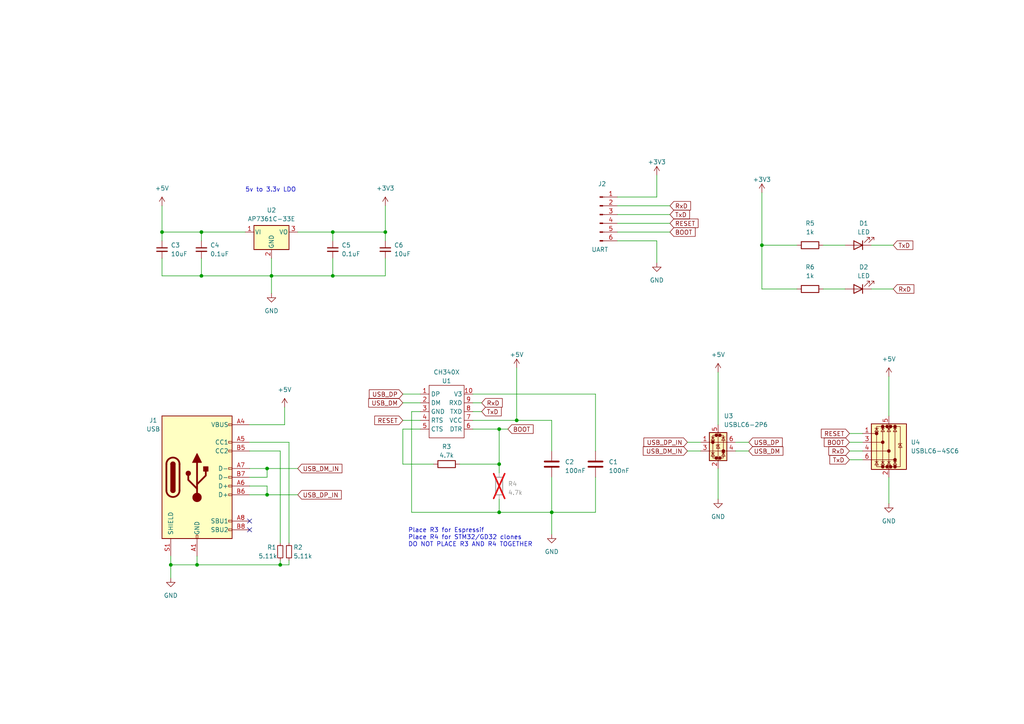
<source format=kicad_sch>
(kicad_sch (version 20231120) (generator "eeschema") (generator_version "8.0")
  (paper "A4")
  (lib_symbols
    (symbol "+3V3_1" (power) (pin_names (offset 0))
      (property "Value" "+3V3_1" (at 0 3.556 0))
      (symbol "+3V3_1_0_1"
        (polyline (pts (xy -0.762 1.27) (xy 0 2.54)))
        (polyline (pts (xy 0 0) (xy 0 2.54)))
        (polyline (pts (xy 0 2.54) (xy 0.762 1.27)))
      )
      (symbol "+3V3_1_1_1"
        (pin power_in line (at 0 0 90) (length 0) hide (name "+3V3") (number "1"))
      )
    )
    (symbol "+3V3_2" (power) (pin_names (offset 0))
      (property "Value" "+3V3_2" (at 0 3.556 0))
      (symbol "+3V3_2_0_1"
        (polyline (pts (xy -0.762 1.27) (xy 0 2.54)))
        (polyline (pts (xy 0 0) (xy 0 2.54)))
        (polyline (pts (xy 0 2.54) (xy 0.762 1.27)))
      )
      (symbol "+3V3_2_1_1"
        (pin power_in line (at 0 0 90) (length 0) hide (name "+3V3") (number "1"))
      )
    )
    (symbol "+5V_1" (power) (pin_names (offset 0))
      (property "Value" "+5V_1" (at 0 3.556 0))
      (symbol "+5V_1_0_1"
        (polyline (pts (xy -0.762 1.27) (xy 0 2.54)))
        (polyline (pts (xy 0 0) (xy 0 2.54)))
        (polyline (pts (xy 0 2.54) (xy 0.762 1.27)))
      )
      (symbol "+5V_1_1_1"
        (pin power_in line (at 0 0 90) (length 0) hide (name "+5V") (number "1"))
      )
    )
    (symbol "Connector:Conn_01x06_Pin" (pin_names (offset 1.016) hide)
      (property "Reference" "J" (at 0 7.62 0))
      (property "Value" "Conn_01x06_Pin" (at 0 -10.16 0))
      (symbol "Conn_01x06_Pin_1_1"
        (polyline (pts (xy 1.27 -7.62) (xy 0.8636 -7.62)) (stroke (width 0.1524)))
        (polyline (pts (xy 1.27 -5.08) (xy 0.8636 -5.08)) (stroke (width 0.1524)))
        (polyline (pts (xy 1.27 -2.54) (xy 0.8636 -2.54)) (stroke (width 0.1524)))
        (polyline (pts (xy 1.27 0) (xy 0.8636 0)) (stroke (width 0.1524)))
        (polyline (pts (xy 1.27 2.54) (xy 0.8636 2.54)) (stroke (width 0.1524)))
        (polyline (pts (xy 1.27 5.08) (xy 0.8636 5.08)) (stroke (width 0.1524)))
        (rectangle (start 0.8636 -7.493) (end 0 -7.747) (stroke (width 0.1524)) (fill (type outline)))
        (rectangle (start 0.8636 -4.953) (end 0 -5.207) (stroke (width 0.1524)) (fill (type outline)))
        (rectangle (start 0.8636 -2.413) (end 0 -2.667) (stroke (width 0.1524)) (fill (type outline)))
        (rectangle (start 0.8636 0.127) (end 0 -0.127) (stroke (width 0.1524)) (fill (type outline)))
        (rectangle (start 0.8636 2.667) (end 0 2.413) (stroke (width 0.1524)) (fill (type outline)))
        (rectangle (start 0.8636 5.207) (end 0 4.953) (stroke (width 0.1524)) (fill (type outline)))
        (pin passive line (at 5.08 5.08 180) (length 3.81) (name "Pin_1") (number "1"))
        (pin passive line (at 5.08 2.54 180) (length 3.81) (name "Pin_2") (number "2"))
        (pin passive line (at 5.08 0 180) (length 3.81) (name "Pin_3") (number "3"))
        (pin passive line (at 5.08 -2.54 180) (length 3.81) (name "Pin_4") (number "4"))
        (pin passive line (at 5.08 -5.08 180) (length 3.81) (name "Pin_5") (number "5"))
        (pin passive line (at 5.08 -7.62 180) (length 3.81) (name "Pin_6") (number "6"))
      )
    )
    (symbol "Connector:USB_C_Receptacle_USB2.0" (pin_names (offset 1.016))
      (property "Reference" "J" (at -10.16 19.05 0))
      (property "Value" "USB_C_Receptacle_USB2.0" (at 19.05 19.05 0))
      (symbol "USB_C_Receptacle_USB2.0_0_0"
        (rectangle (start -0.254 -17.78) (end 0.254 -16.764))
        (rectangle (start 10.16 -14.986) (end 9.144 -15.494))
        (rectangle (start 10.16 -12.446) (end 9.144 -12.954))
        (rectangle (start 10.16 -4.826) (end 9.144 -5.334))
        (rectangle (start 10.16 -2.286) (end 9.144 -2.794))
        (rectangle (start 10.16 0.254) (end 9.144 -0.254))
        (rectangle (start 10.16 2.794) (end 9.144 2.286))
        (rectangle (start 10.16 7.874) (end 9.144 7.366))
        (rectangle (start 10.16 10.414) (end 9.144 9.906))
        (rectangle (start 10.16 15.494) (end 9.144 14.986))
      )
      (symbol "USB_C_Receptacle_USB2.0_0_1"
        (rectangle (start -10.16 17.78) (end 10.16 -17.78) (stroke (width 0.254)) (fill (type background)))
        (arc (start -8.89 -3.81) (mid -6.985 -5.7067) (end -5.08 -3.81) (stroke (width 0.508)))
        (arc (start -7.62 -3.81) (mid -6.985 -4.4423) (end -6.35 -3.81) (stroke (width 0.254)))
        (arc (start -7.62 -3.81) (mid -6.985 -4.4423) (end -6.35 -3.81) (stroke (width 0.254)) (fill (type outline)))
        (rectangle (start -7.62 -3.81) (end -6.35 3.81) (stroke (width 0.254)) (fill (type outline)))
        (arc (start -6.35 3.81) (mid -6.985 4.4423) (end -7.62 3.81) (stroke (width 0.254)))
        (arc (start -6.35 3.81) (mid -6.985 4.4423) (end -7.62 3.81) (stroke (width 0.254)) (fill (type outline)))
        (arc (start -5.08 3.81) (mid -6.985 5.7067) (end -8.89 3.81) (stroke (width 0.508)))
        (circle (center -2.54 1.143) (radius 0.635) (stroke (width 0.254)) (fill (type outline)))
        (circle (center 0 -5.842) (radius 1.27) (fill (type outline)))
        (polyline (pts (xy -8.89 -3.81) (xy -8.89 3.81)) (stroke (width 0.508)))
        (polyline (pts (xy -5.08 3.81) (xy -5.08 -3.81)) (stroke (width 0.508)))
        (polyline (pts (xy 0 -5.842) (xy 0 4.318)) (stroke (width 0.508)))
        (polyline (pts (xy 0 -3.302) (xy -2.54 -0.762) (xy -2.54 0.508)) (stroke (width 0.508)))
        (polyline (pts (xy 0 -2.032) (xy 2.54 0.508) (xy 2.54 1.778)) (stroke (width 0.508)))
        (polyline (pts (xy -1.27 4.318) (xy 0 6.858) (xy 1.27 4.318) (xy -1.27 4.318)) (stroke (width 0.254)) (fill (type outline)))
        (rectangle (start 1.905 1.778) (end 3.175 3.048) (stroke (width 0.254)) (fill (type outline)))
      )
      (symbol "USB_C_Receptacle_USB2.0_1_1"
        (pin passive line (at 0 -22.86 90) (length 5.08) (name "GND") (number "A1"))
        (pin passive line (at 0 -22.86 90) (length 5.08) hide (name "GND") (number "A12"))
        (pin passive line (at 15.24 15.24 180) (length 5.08) (name "VBUS") (number "A4"))
        (pin bidirectional line (at 15.24 10.16 180) (length 5.08) (name "CC1") (number "A5"))
        (pin bidirectional line (at 15.24 -2.54 180) (length 5.08) (name "D+") (number "A6"))
        (pin bidirectional line (at 15.24 2.54 180) (length 5.08) (name "D-") (number "A7"))
        (pin bidirectional line (at 15.24 -12.7 180) (length 5.08) (name "SBU1") (number "A8"))
        (pin passive line (at 15.24 15.24 180) (length 5.08) hide (name "VBUS") (number "A9"))
        (pin passive line (at 0 -22.86 90) (length 5.08) hide (name "GND") (number "B1"))
        (pin passive line (at 0 -22.86 90) (length 5.08) hide (name "GND") (number "B12"))
        (pin passive line (at 15.24 15.24 180) (length 5.08) hide (name "VBUS") (number "B4"))
        (pin bidirectional line (at 15.24 7.62 180) (length 5.08) (name "CC2") (number "B5"))
        (pin bidirectional line (at 15.24 -5.08 180) (length 5.08) (name "D+") (number "B6"))
        (pin bidirectional line (at 15.24 0 180) (length 5.08) (name "D-") (number "B7"))
        (pin bidirectional line (at 15.24 -15.24 180) (length 5.08) (name "SBU2") (number "B8"))
        (pin passive line (at 15.24 15.24 180) (length 5.08) hide (name "VBUS") (number "B9"))
        (pin passive line (at -7.62 -22.86 90) (length 5.08) (name "SHIELD") (number "S1"))
      )
    )
    (symbol "Device:C" (pin_numbers hide) (pin_names (offset 0.254))
      (property "Reference" "C" (at 0.635 2.54 0))
      (property "Value" "C" (at 0.635 -2.54 0))
      (symbol "C_0_1"
        (polyline (pts (xy -2.032 -0.762) (xy 2.032 -0.762)) (stroke (width 0.508)))
        (polyline (pts (xy -2.032 0.762) (xy 2.032 0.762)) (stroke (width 0.508)))
      )
      (symbol "C_1_1"
        (pin passive line (at 0 3.81 270) (length 2.794) (name "~") (number "1"))
        (pin passive line (at 0 -3.81 90) (length 2.794) (name "~") (number "2"))
      )
    )
    (symbol "Device:C_Small" (pin_numbers hide) (pin_names (offset 0.254) hide)
      (property "Reference" "C" (at 0.254 1.778 0))
      (property "Value" "C_Small" (at 0.254 -2.032 0))
      (symbol "C_Small_0_1"
        (polyline (pts (xy -1.524 -0.508) (xy 1.524 -0.508)) (stroke (width 0.3302)))
        (polyline (pts (xy -1.524 0.508) (xy 1.524 0.508)) (stroke (width 0.3048)))
      )
      (symbol "C_Small_1_1"
        (pin passive line (at 0 2.54 270) (length 2.032) (name "~") (number "1"))
        (pin passive line (at 0 -2.54 90) (length 2.032) (name "~") (number "2"))
      )
    )
    (symbol "Device:LED" (pin_numbers hide) (pin_names (offset 1.016) hide)
      (property "Reference" "D" (at 0 2.54 0))
      (property "Value" "LED" (at 0 -2.54 0))
      (symbol "LED_0_1"
        (polyline (pts (xy -1.27 -1.27) (xy -1.27 1.27)) (stroke (width 0.254)))
        (polyline (pts (xy -1.27 0) (xy 1.27 0)))
        (polyline (pts (xy 1.27 -1.27) (xy 1.27 1.27) (xy -1.27 0) (xy 1.27 -1.27)) (stroke (width 0.254)))
        (polyline (pts (xy -3.048 -0.762) (xy -4.572 -2.286) (xy -3.81 -2.286) (xy -4.572 -2.286) (xy -4.572 -1.524)))
        (polyline (pts (xy -1.778 -0.762) (xy -3.302 -2.286) (xy -2.54 -2.286) (xy -3.302 -2.286) (xy -3.302 -1.524)))
      )
      (symbol "LED_1_1"
        (pin passive line (at -3.81 0 0) (length 2.54) (name "K") (number "1"))
        (pin passive line (at 3.81 0 180) (length 2.54) (name "A") (number "2"))
      )
    )
    (symbol "Device:R" (pin_numbers hide) (pin_names (offset 0))
      (property "Reference" "R" (at 2.032 0 90))
      (property "Value" "R" (at 0 0 90))
      (symbol "R_0_1"
        (rectangle (start -1.016 -2.54) (end 1.016 2.54) (stroke (width 0.254)))
      )
      (symbol "R_1_1"
        (pin passive line (at 0 3.81 270) (length 1.27) (name "~") (number "1"))
        (pin passive line (at 0 -3.81 90) (length 1.27) (name "~") (number "2"))
      )
    )
    (symbol "Device:R_Small" (pin_numbers hide) (pin_names (offset 0.254) hide)
      (property "Reference" "R" (at 0.762 0.508 0))
      (property "Value" "R_Small" (at 0.762 -1.016 0))
      (symbol "R_Small_0_1"
        (rectangle (start -0.762 1.778) (end 0.762 -1.778) (stroke (width 0.2032)))
      )
      (symbol "R_Small_1_1"
        (pin passive line (at 0 2.54 270) (length 0.762) (name "~") (number "1"))
        (pin passive line (at 0 -2.54 90) (length 0.762) (name "~") (number "2"))
      )
    )
    (symbol "GND_1" (power) (pin_names (offset 0))
      (property "Value" "GND_1" (at 0 -3.81 0))
      (symbol "GND_1_0_1"
        (polyline (pts (xy 0 0) (xy 0 -1.27) (xy 1.27 -1.27) (xy 0 -2.54) (xy -1.27 -1.27) (xy 0 -1.27)))
      )
      (symbol "GND_1_1_1"
        (pin power_in line (at 0 0 270) (length 0) hide (name "GND") (number "1"))
      )
    )
    (symbol "GND_2" (power) (pin_names (offset 0))
      (property "Value" "GND_2" (at 0 -3.81 0))
      (symbol "GND_2_0_1"
        (polyline (pts (xy 0 0) (xy 0 -1.27) (xy 1.27 -1.27) (xy 0 -2.54) (xy -1.27 -1.27) (xy 0 -1.27)))
      )
      (symbol "GND_2_1_1"
        (pin power_in line (at 0 0 270) (length 0) hide (name "GND") (number "1"))
      )
    )
    (symbol "GND_3" (power) (pin_numbers hide) (pin_names (offset 0) hide)
      (property "Value" "GND" (at 0 -3.81 0))
      (symbol "GND_3_0_1"
        (polyline (pts (xy 0 0) (xy 0 -1.27) (xy 1.27 -1.27) (xy 0 -2.54) (xy -1.27 -1.27) (xy 0 -1.27)))
      )
      (symbol "GND_3_1_1"
        (pin power_in line (at 0 0 270) (length 0) (name "~") (number "1"))
      )
    )
    (symbol "Power_Protection:USBLC6-2P6" (pin_names hide)
      (property "Reference" "U" (at 0.635 5.715 0))
      (property "Value" "USBLC6-2P6" (at 0.635 3.81 0))
      (symbol "USBLC6-2P6_0_0"
        (circle (center -1.524 0) (radius 0.0001) (stroke (width 0.508)))
        (circle (center -0.508 -4.572) (radius 0.0001) (stroke (width 0.508)))
        (circle (center -0.508 2.032) (radius 0.0001) (stroke (width 0.508)))
        (circle (center 0.508 -4.572) (radius 0.0001) (stroke (width 0.508)))
        (circle (center 0.508 2.032) (radius 0.0001) (stroke (width 0.508)))
        (circle (center 1.524 -2.54) (radius 0.0001) (stroke (width 0.508)))
      )
      (symbol "USBLC6-2P6_0_1"
        (polyline (pts (xy -2.54 -2.54) (xy 2.54 -2.54)))
        (polyline (pts (xy -2.54 0) (xy 2.54 0)))
        (polyline (pts (xy -2.032 -3.048) (xy -1.016 -3.048)))
        (polyline (pts (xy -1.016 1.524) (xy -2.032 1.524)))
        (polyline (pts (xy 1.016 -3.048) (xy 2.032 -3.048)))
        (polyline (pts (xy 1.016 1.524) (xy 2.032 1.524)))
        (polyline (pts (xy -0.508 -1.143) (xy -0.508 -0.762) (xy 0.508 -0.762)))
        (polyline (pts (xy -2.032 0.508) (xy -1.016 0.508) (xy -1.524 1.524) (xy -2.032 0.508)))
        (polyline (pts (xy -1.016 -4.064) (xy -2.032 -4.064) (xy -1.524 -3.048) (xy -1.016 -4.064)))
        (polyline (pts (xy 0.508 -1.778) (xy -0.508 -1.778) (xy 0 -0.762) (xy 0.508 -1.778)))
        (polyline (pts (xy 2.032 -4.064) (xy 1.016 -4.064) (xy 1.524 -3.048) (xy 2.032 -4.064)))
        (polyline (pts (xy 2.032 0.508) (xy 1.016 0.508) (xy 1.524 1.524) (xy 2.032 0.508)))
        (polyline (pts (xy 0 2.54) (xy -0.508 2.032) (xy 0.508 2.032) (xy 0 1.524) (xy 0 -4.064) (xy -0.508 -4.572) (xy 0.508 -4.572) (xy 0 -5.08)))
      )
      (symbol "USBLC6-2P6_1_1"
        (rectangle (start -2.54 2.794) (end 2.54 -5.334) (stroke (width 0.254)) (fill (type background)))
        (polyline (pts (xy -0.508 2.032) (xy -1.524 2.032) (xy -1.524 -4.572) (xy -0.508 -4.572)))
        (polyline (pts (xy 0.508 -4.572) (xy 1.524 -4.572) (xy 1.524 2.032) (xy 0.508 2.032)))
        (pin passive line (at -5.08 0 0) (length 2.54) (name "I/O1") (number "1"))
        (pin passive line (at 0 -7.62 90) (length 2.54) (name "GND") (number "2"))
        (pin passive line (at -5.08 -2.54 0) (length 2.54) (name "I/O2") (number "3"))
        (pin passive line (at 5.08 -2.54 180) (length 2.54) (name "I/O2") (number "4"))
        (pin passive line (at 0 5.08 270) (length 2.54) (name "VBUS") (number "5"))
        (pin passive line (at 5.08 0 180) (length 2.54) (name "I/O1") (number "6"))
      )
    )
    (symbol "Power_Protection:USBLC6-4SC6" (pin_names hide)
      (property "Reference" "U" (at 1.27 9.525 0))
      (property "Value" "USBLC6-4SC6" (at 1.27 6.985 0))
      (symbol "USBLC6-4SC6_0_0"
        (circle (center -3.556 2.54) (radius 0.0001) (stroke (width 0.508)))
        (circle (center -1.778 -7.112) (radius 0.0001) (stroke (width 0.508)))
        (circle (center -1.778 0) (radius 0.0001) (stroke (width 0.508)))
        (circle (center -1.778 4.572) (radius 0.0001) (stroke (width 0.508)))
        (circle (center -0.508 -7.112) (radius 0.0001) (stroke (width 0.508)))
        (circle (center -0.508 4.572) (radius 0.0001) (stroke (width 0.508)))
        (circle (center 0 -2.54) (radius 0.0001) (stroke (width 0.508)))
        (circle (center 0.508 -7.112) (radius 0.0001) (stroke (width 0.508)))
        (circle (center 0.508 4.572) (radius 0.0001) (stroke (width 0.508)))
        (circle (center 1.778 -7.112) (radius 0.0001) (stroke (width 0.508)))
        (circle (center 1.778 -5.08) (radius 0.0001) (stroke (width 0.508)))
        (circle (center 1.778 4.572) (radius 0.0001) (stroke (width 0.508)))
      )
      (symbol "USBLC6-4SC6_0_1"
        (polyline (pts (xy -5.08 -5.08) (xy 1.778 -5.08)))
        (polyline (pts (xy -5.08 -2.54) (xy 0 -2.54)))
        (polyline (pts (xy -5.08 0) (xy -1.778 0)))
        (polyline (pts (xy -5.08 2.54) (xy -3.556 2.54)))
        (polyline (pts (xy -4.064 -5.588) (xy -3.048 -5.588)))
        (polyline (pts (xy -3.048 4.064) (xy -4.064 4.064)))
        (polyline (pts (xy -2.286 -5.588) (xy -1.27 -5.588)))
        (polyline (pts (xy -2.286 4.064) (xy -1.27 4.064)))
        (polyline (pts (xy -0.508 -5.588) (xy 0.508 -5.588)))
        (polyline (pts (xy 0 5.08) (xy 0.508 4.572)))
        (polyline (pts (xy 0.508 -7.112) (xy -0.508 -7.112)))
        (polyline (pts (xy 0.508 4.064) (xy -0.508 4.064)))
        (polyline (pts (xy 1.27 4.064) (xy 2.286 4.064)))
        (polyline (pts (xy 2.286 -5.588) (xy 1.27 -5.588)))
        (polyline (pts (xy 2.794 -0.762) (xy 2.794 -0.381) (xy 3.81 -0.381)))
        (polyline (pts (xy -4.064 3.048) (xy -3.048 3.048) (xy -3.556 4.064) (xy -4.064 3.048)))
        (polyline (pts (xy -3.048 -6.604) (xy -4.064 -6.604) (xy -3.556 -5.588) (xy -3.048 -6.604)))
        (polyline (pts (xy -1.27 -6.604) (xy -2.286 -6.604) (xy -1.778 -5.588) (xy -1.27 -6.604)))
        (polyline (pts (xy -1.27 3.048) (xy -2.286 3.048) (xy -1.778 4.064) (xy -1.27 3.048)))
        (polyline (pts (xy -0.508 -6.604) (xy 0.508 -6.604) (xy 0 -5.588) (xy -0.508 -6.604)))
        (polyline (pts (xy -0.508 3.048) (xy 0.508 3.048) (xy 0 4.064) (xy -0.508 3.048)))
        (polyline (pts (xy 1.27 -6.604) (xy 2.286 -6.604) (xy 1.778 -5.588) (xy 1.27 -6.604)))
        (polyline (pts (xy 1.778 4.572) (xy 3.302 4.572) (xy 3.302 -7.112) (xy 1.778 -7.112)))
        (polyline (pts (xy 2.286 3.048) (xy 1.27 3.048) (xy 1.778 4.064) (xy 2.286 3.048)))
        (polyline (pts (xy 3.81 -1.524) (xy 2.794 -1.524) (xy 3.302 -0.508) (xy 3.81 -1.524)))
      )
      (symbol "USBLC6-4SC6_1_1"
        (rectangle (start -5.08 5.334) (end 5.08 -7.874) (stroke (width 0.254)) (fill (type background)))
        (polyline (pts (xy -1.778 4.572) (xy -3.556 4.572) (xy -3.556 -7.112) (xy -1.778 -7.112)))
        (polyline (pts (xy -0.508 4.572) (xy 1.778 4.572) (xy 1.778 -7.112) (xy 0.508 -7.112)))
        (polyline (pts (xy 0.508 -7.112) (xy 0 -6.604) (xy 0 4.064) (xy -0.508 4.572)))
        (polyline (pts (xy 0 -7.62) (xy -0.508 -7.112) (xy -1.778 -7.112) (xy -1.778 4.572) (xy -0.508 4.572)))
        (pin passive line (at -7.62 2.54 0) (length 2.54) (name "I/O1") (number "1"))
        (pin passive line (at 0 -10.16 90) (length 2.54) (name "GND") (number "2"))
        (pin passive line (at -7.62 0 0) (length 2.54) (name "I/O2") (number "3"))
        (pin passive line (at -7.62 -2.54 0) (length 2.54) (name "I/O3") (number "4"))
        (pin passive line (at 0 7.62 270) (length 2.54) (name "VBUS") (number "5"))
        (pin passive line (at -7.62 -5.08 0) (length 2.54) (name "I/O4") (number "6"))
      )
    )
    (symbol "Regulator_Linear:AP7361C-33E" (pin_names (offset 0.254))
      (property "Reference" "U" (at -3.81 3.175 0))
      (property "Value" "AP7361C-33E" (at 0 3.175 0))
      (symbol "AP7361C-33E_0_1"
        (rectangle (start -5.08 -5.08) (end 5.08 1.905) (stroke (width 0.254)) (fill (type background)))
      )
      (symbol "AP7361C-33E_1_1"
        (pin power_in line (at -7.62 0 0) (length 2.54) (name "VI") (number "1"))
        (pin power_in line (at 0 -7.62 90) (length 2.54) (name "GND") (number "2"))
        (pin power_out line (at 7.62 0 180) (length 2.54) (name "VO") (number "3"))
      )
    )
    (symbol "jackcolib:CH340X"
      (property "Reference" "U" (at 0 12.7 0))
      (symbol "CH340X_0_1"
        (rectangle (start -5.08 7.62) (end 5.08 -7.62))
      )
      (symbol "CH340X_1_1"
        (pin input line (at -7.62 5.08 0) (length 2.54) (name "DP") (number "1"))
        (pin input line (at 7.62 5.08 180) (length 2.54) (name "V3") (number "10"))
        (pin input line (at -7.62 2.54 0) (length 2.54) (name "DM") (number "2"))
        (pin input line (at -7.62 0 0) (length 2.54) (name "GND") (number "3"))
        (pin input line (at -7.62 -2.54 0) (length 2.54) (name "RTS") (number "4"))
        (pin input line (at -7.62 -5.08 0) (length 2.54) (name "CTS") (number "5"))
        (pin input line (at 7.62 -5.08 180) (length 2.54) (name "DTR") (number "6"))
        (pin input line (at 7.62 -2.54 180) (length 2.54) (name "VCC") (number "7"))
        (pin input line (at 7.62 0 180) (length 2.54) (name "TXD") (number "8"))
        (pin input line (at 7.62 2.54 180) (length 2.54) (name "RXD") (number "9"))
      )
    )
    (symbol "power:+3V3" (power) (pin_names (offset 0))
      (property "Value" "+3V3" (at 0 3.556 0))
      (symbol "+3V3_0_1"
        (polyline (pts (xy -0.762 1.27) (xy 0 2.54)))
        (polyline (pts (xy 0 0) (xy 0 2.54)))
        (polyline (pts (xy 0 2.54) (xy 0.762 1.27)))
      )
      (symbol "+3V3_1_1"
        (pin power_in line (at 0 0 90) (length 0) hide (name "+3V3") (number "1"))
      )
    )
    (symbol "power:+5V" (power) (pin_names (offset 0))
      (property "Value" "+5V" (at 0 3.556 0))
      (symbol "+5V_0_1"
        (polyline (pts (xy -0.762 1.27) (xy 0 2.54)))
        (polyline (pts (xy 0 0) (xy 0 2.54)))
        (polyline (pts (xy 0 2.54) (xy 0.762 1.27)))
      )
      (symbol "+5V_1_1"
        (pin power_in line (at 0 0 90) (length 0) hide (name "+5V") (number "1"))
      )
    )
    (symbol "power:GND" (power) (pin_names (offset 0))
      (property "Value" "GND" (at 0 -3.81 0))
      (symbol "GND_0_1"
        (polyline (pts (xy 0 0) (xy 0 -1.27) (xy 1.27 -1.27) (xy 0 -2.54) (xy -1.27 -1.27) (xy 0 -1.27)))
      )
      (symbol "GND_1_1"
        (pin power_in line (at 0 0 270) (length 0) hide (name "GND") (number "1"))
      )
    )
  )
  (junction (at 58.42 80.01))
  (junction (at 78.74 80.01))
  (junction (at 144.78 148.59))
  (junction (at 220.98 71.12))
  (junction (at 77.47 143.51))
  (junction (at 77.47 135.89))
  (junction (at 57.15 163.83))
  (junction (at 144.78 124.46))
  (junction (at 144.78 134.62))
  (junction (at 111.76 67.31))
  (junction (at 58.42 67.31))
  (junction (at 96.52 80.01))
  (junction (at 160.02 148.59))
  (junction (at 81.28 163.83))
  (junction (at 49.53 163.83))
  (junction (at 96.52 67.31))
  (junction (at 46.99 67.31))
  (junction (at 149.86 121.92))
  (no_connect (at 72.39 153.67))
  (no_connect (at 72.39 151.13))
  (wire (pts (xy 46.99 80.01) (xy 58.42 80.01)))
  (wire (pts (xy 83.82 163.83) (xy 81.28 163.83)))
  (wire (pts (xy 78.74 80.01) (xy 96.52 80.01)))
  (wire (pts (xy 83.82 162.56) (xy 83.82 163.83)))
  (wire (pts (xy 137.16 114.3) (xy 172.72 114.3)))
  (wire (pts (xy 144.78 124.46) (xy 144.78 134.62)))
  (wire (pts (xy 86.36 67.31) (xy 96.52 67.31)))
  (wire (pts (xy 208.28 107.95) (xy 208.28 123.19)))
  (wire (pts (xy 137.16 124.46) (xy 144.78 124.46)))
  (wire (pts (xy 121.92 124.46) (xy 116.84 124.46)))
  (wire (pts (xy 160.02 138.43) (xy 160.02 148.59)))
  (wire (pts (xy 220.98 71.12) (xy 220.98 83.82)))
  (wire (pts (xy 246.38 128.27) (xy 250.19 128.27)))
  (wire (pts (xy 190.5 69.85) (xy 190.5 76.2)))
  (wire (pts (xy 179.07 67.31) (xy 194.31 67.31)))
  (wire (pts (xy 111.76 74.93) (xy 111.76 80.01)))
  (wire (pts (xy 46.99 67.31) (xy 46.99 69.85)))
  (wire (pts (xy 72.39 143.51) (xy 77.47 143.51)))
  (wire (pts (xy 77.47 138.43) (xy 77.47 135.89)))
  (wire (pts (xy 72.39 128.27) (xy 83.82 128.27)))
  (wire (pts (xy 111.76 80.01) (xy 96.52 80.01)))
  (wire (pts (xy 199.39 128.27) (xy 203.2 128.27)))
  (wire (pts (xy 72.39 130.81) (xy 81.28 130.81)))
  (wire (pts (xy 144.78 124.46) (xy 147.32 124.46)))
  (wire (pts (xy 160.02 121.92) (xy 160.02 130.81)))
  (wire (pts (xy 72.39 123.19) (xy 82.55 123.19)))
  (wire (pts (xy 116.84 116.84) (xy 121.92 116.84)))
  (wire (pts (xy 96.52 67.31) (xy 111.76 67.31)))
  (wire (pts (xy 116.84 114.3) (xy 121.92 114.3)))
  (wire (pts (xy 172.72 114.3) (xy 172.72 130.81)))
  (wire (pts (xy 58.42 80.01) (xy 78.74 80.01)))
  (wire (pts (xy 252.73 83.82) (xy 259.08 83.82)))
  (wire (pts (xy 220.98 83.82) (xy 231.14 83.82)))
  (wire (pts (xy 246.38 130.81) (xy 250.19 130.81)))
  (wire (pts (xy 81.28 163.83) (xy 57.15 163.83)))
  (wire (pts (xy 96.52 74.93) (xy 96.52 80.01)))
  (wire (pts (xy 58.42 80.01) (xy 58.42 74.93)))
  (wire (pts (xy 49.53 163.83) (xy 49.53 167.64)))
  (wire (pts (xy 160.02 148.59) (xy 160.02 154.94)))
  (wire (pts (xy 77.47 140.97) (xy 77.47 143.51)))
  (wire (pts (xy 72.39 140.97) (xy 77.47 140.97)))
  (wire (pts (xy 137.16 116.84) (xy 139.7 116.84)))
  (wire (pts (xy 160.02 148.59) (xy 172.72 148.59)))
  (wire (pts (xy 121.92 119.38) (xy 119.38 119.38)))
  (wire (pts (xy 179.07 59.69) (xy 194.31 59.69)))
  (wire (pts (xy 190.5 57.15) (xy 190.5 50.8)))
  (wire (pts (xy 144.78 134.62) (xy 144.78 137.16)))
  (wire (pts (xy 46.99 74.93) (xy 46.99 80.01)))
  (wire (pts (xy 179.07 64.77) (xy 194.31 64.77)))
  (wire (pts (xy 220.98 71.12) (xy 231.14 71.12)))
  (wire (pts (xy 83.82 128.27) (xy 83.82 157.48)))
  (wire (pts (xy 77.47 143.51) (xy 86.36 143.51)))
  (wire (pts (xy 257.81 138.43) (xy 257.81 146.05)))
  (wire (pts (xy 179.07 62.23) (xy 194.31 62.23)))
  (wire (pts (xy 144.78 134.62) (xy 133.35 134.62)))
  (wire (pts (xy 81.28 130.81) (xy 81.28 157.48)))
  (wire (pts (xy 58.42 67.31) (xy 58.42 69.85)))
  (wire (pts (xy 58.42 67.31) (xy 71.12 67.31)))
  (wire (pts (xy 119.38 119.38) (xy 119.38 148.59)))
  (wire (pts (xy 78.74 80.01) (xy 78.74 85.09)))
  (wire (pts (xy 137.16 119.38) (xy 139.7 119.38)))
  (wire (pts (xy 116.84 134.62) (xy 125.73 134.62)))
  (wire (pts (xy 116.84 124.46) (xy 116.84 134.62)))
  (wire (pts (xy 144.78 144.78) (xy 144.78 148.59)))
  (wire (pts (xy 72.39 135.89) (xy 77.47 135.89)))
  (wire (pts (xy 179.07 57.15) (xy 190.5 57.15)))
  (wire (pts (xy 77.47 135.89) (xy 86.36 135.89)))
  (wire (pts (xy 116.84 121.92) (xy 121.92 121.92)))
  (wire (pts (xy 72.39 138.43) (xy 77.47 138.43)))
  (wire (pts (xy 144.78 148.59) (xy 160.02 148.59)))
  (wire (pts (xy 78.74 74.93) (xy 78.74 80.01)))
  (wire (pts (xy 149.86 121.92) (xy 137.16 121.92)))
  (wire (pts (xy 199.39 130.81) (xy 203.2 130.81)))
  (wire (pts (xy 208.28 135.89) (xy 208.28 144.78)))
  (wire (pts (xy 57.15 161.29) (xy 57.15 163.83)))
  (wire (pts (xy 213.36 130.81) (xy 217.17 130.81)))
  (wire (pts (xy 149.86 106.68) (xy 149.86 121.92)))
  (wire (pts (xy 246.38 133.35) (xy 250.19 133.35)))
  (wire (pts (xy 49.53 161.29) (xy 49.53 163.83)))
  (wire (pts (xy 238.76 83.82) (xy 245.11 83.82)))
  (wire (pts (xy 179.07 69.85) (xy 190.5 69.85)))
  (wire (pts (xy 46.99 59.69) (xy 46.99 67.31)))
  (wire (pts (xy 119.38 148.59) (xy 144.78 148.59)))
  (wire (pts (xy 46.99 67.31) (xy 58.42 67.31)))
  (wire (pts (xy 57.15 163.83) (xy 49.53 163.83)))
  (wire (pts (xy 213.36 128.27) (xy 217.17 128.27)))
  (wire (pts (xy 252.73 71.12) (xy 259.08 71.12)))
  (wire (pts (xy 111.76 59.69) (xy 111.76 67.31)))
  (wire (pts (xy 111.76 67.31) (xy 111.76 69.85)))
  (wire (pts (xy 220.98 55.88) (xy 220.98 71.12)))
  (wire (pts (xy 149.86 121.92) (xy 160.02 121.92)))
  (wire (pts (xy 81.28 162.56) (xy 81.28 163.83)))
  (wire (pts (xy 82.55 123.19) (xy 82.55 118.11)))
  (wire (pts (xy 257.81 109.22) (xy 257.81 120.65)))
  (wire (pts (xy 96.52 67.31) (xy 96.52 69.85)))
  (wire (pts (xy 238.76 71.12) (xy 245.11 71.12)))
  (wire (pts (xy 246.38 125.73) (xy 250.19 125.73)))
  (wire (pts (xy 172.72 138.43) (xy 172.72 148.59)))
  (text "Place R3 for Espressif\nPlace R4 for STM32/GD32 clones\nDO NOT PLACE R3 AND R4 TOGETHER" (at 118.364 155.956 0) (effects (font (size 1.27 1.27)) (justify left)))
  (text "5v to 3.3v LDO" (at 71.12 55.88 0) (effects (font (size 1.27 1.27)) (justify left bottom)))
  (global_label "BOOT" (shape input) (at 194.31 67.31 0) (property "Intersheetrefs" "${INTERSHEET_REFS}" (effects (hide yes))))
  (global_label "USB_DP" (shape input) (at 116.84 114.3 180) (property "Intersheetrefs" "${INTERSHEET_REFS}" (effects (hide yes))))
  (global_label "RxD" (shape input) (at 194.31 59.69 0) (property "Intersheetrefs" "${INTERSHEET_REFS}" (effects (hide yes))))
  (global_label "TxD" (shape input) (at 194.31 62.23 0) (property "Intersheetrefs" "${INTERSHEET_REFS}" (effects (hide yes))))
  (global_label "USB_DM" (shape input) (at 116.84 116.84 180) (property "Intersheetrefs" "${INTERSHEET_REFS}" (effects (hide yes))))
  (global_label "USB_DM_IN" (shape input) (at 199.39 130.81 180) (property "Intersheetrefs" "${INTERSHEET_REFS}" (effects (hide yes))))
  (global_label "RxD" (shape input) (at 259.08 83.82 0) (property "Intersheetrefs" "${INTERSHEET_REFS}" (effects (hide yes))))
  (global_label "RESET" (shape input) (at 116.84 121.92 180) (property "Intersheetrefs" "${INTERSHEET_REFS}" (effects (hide yes))))
  (global_label "RxD" (shape input) (at 139.7 116.84 0) (property "Intersheetrefs" "${INTERSHEET_REFS}" (effects (hide yes))))
  (global_label "TxD" (shape input) (at 259.08 71.12 0) (property "Intersheetrefs" "${INTERSHEET_REFS}" (effects (hide yes))))
  (global_label "BOOT" (shape input) (at 147.32 124.46 0) (property "Intersheetrefs" "${INTERSHEET_REFS}" (effects (hide yes))))
  (global_label "USB_DP_IN" (shape input) (at 199.39 128.27 180) (property "Intersheetrefs" "${INTERSHEET_REFS}" (effects (hide yes))))
  (global_label "RESET" (shape input) (at 194.31 64.77 0) (property "Intersheetrefs" "${INTERSHEET_REFS}" (effects (hide yes))))
  (global_label "USB_DP" (shape input) (at 217.17 128.27 0) (property "Intersheetrefs" "${INTERSHEET_REFS}" (effects (hide yes))))
  (global_label "RESET" (shape input) (at 246.38 125.73 180) (property "Intersheetrefs" "${INTERSHEET_REFS}" (effects (hide yes))))
  (global_label "USB_DM" (shape input) (at 217.17 130.81 0) (property "Intersheetrefs" "${INTERSHEET_REFS}" (effects (hide yes))))
  (global_label "RxD" (shape input) (at 246.38 130.81 180) (property "Intersheetrefs" "${INTERSHEET_REFS}" (effects (hide yes))))
  (global_label "BOOT" (shape input) (at 246.38 128.27 180) (property "Intersheetrefs" "${INTERSHEET_REFS}" (effects (hide yes))))
  (global_label "TxD" (shape input) (at 139.7 119.38 0) (property "Intersheetrefs" "${INTERSHEET_REFS}" (effects (hide yes))))
  (global_label "TxD" (shape input) (at 246.38 133.35 180) (property "Intersheetrefs" "${INTERSHEET_REFS}" (effects (hide yes))))
  (global_label "USB_DP_IN" (shape input) (at 86.36 143.51 0) (property "Intersheetrefs" "${INTERSHEET_REFS}" (effects (hide yes))))
  (global_label "USB_DM_IN" (shape input) (at 86.36 135.89 0) (property "Intersheetrefs" "${INTERSHEET_REFS}" (effects (hide yes))))
  (symbol (lib_id "Device:R") (at 234.95 83.82 90) (unit 1)
    (property "Reference" "R6" (at 234.95 77.47 90))
    (property "Value" "1k" (at 234.95 80.01 90))
    (property "Footprint" "Resistor_SMD:R_0402_1005Metric" (effects (hide yes)))
  )
  (symbol (lib_name "GND_1") (lib_id "power:GND") (at 160.02 154.94 0) (unit 1)
    (property "Reference" "#PWR03" (effects (hide yes)))
    (property "Value" "GND" (at 160.02 160.02 0))
  )
  (symbol (lib_id "power:+3V3") (at 208.28 107.95 0) (unit 1)
    (property "Reference" "#PWR012" (effects (hide yes)))
    (property "Value" "+5V" (at 208.28 102.87 0))
  )
  (symbol (lib_id "Connector:USB_C_Receptacle_USB2.0") (at 57.15 138.43 0) (unit 1)
    (property "Reference" "J1" (at 44.45 121.92 0))
    (property "Value" "USB" (at 44.45 124.46 0))
    (property "Footprint" "Connector_USB:USB_C_Receptacle_HRO_TYPE-C-31-M-12" (effects (hide yes)))
    (property "Datasheet" "https://www.usb.org/sites/default/files/documents/usb_type-c.zip" (effects (hide yes)))
  )
  (symbol (lib_id "Device:C") (at 172.72 134.62 180) (unit 1)
    (property "Reference" "C1" (at 176.53 133.985 0) (effects (justify right)))
    (property "Value" "100nF" (at 176.53 136.525 0) (effects (justify right)))
    (property "Footprint" "Capacitor_SMD:C_0402_1005Metric" (effects (hide yes)))
  )
  (symbol (lib_id "Connector:Conn_01x06_Pin") (at 173.99 62.23 0) (unit 1)
    (property "Reference" "J2" (at 174.625 53.34 0))
    (property "Value" "UART" (at 173.99 72.39 0))
    (property "Footprint" "Connector_PinHeader_2.54mm:PinHeader_1x06_P2.54mm_Vertical" (effects (hide yes)))
  )
  (symbol (lib_id "Device:R") (at 234.95 71.12 90) (unit 1)
    (property "Reference" "R5" (at 234.95 64.77 90))
    (property "Value" "1k" (at 234.95 67.31 90))
    (property "Footprint" "Resistor_SMD:R_0402_1005Metric" (effects (hide yes)))
  )
  (symbol (lib_id "Device:C") (at 160.02 134.62 180) (unit 1)
    (property "Reference" "C2" (at 163.83 133.985 0) (effects (justify right)))
    (property "Value" "100nF" (at 163.83 136.525 0) (effects (justify right)))
    (property "Footprint" "Capacitor_SMD:C_0402_1005Metric" (effects (hide yes)))
  )
  (symbol (lib_id "Power_Protection:USBLC6-2P6") (at 208.28 128.27 0) (unit 1)
    (property "Reference" "U3" (at 209.9311 120.65 0) (effects (justify left)))
    (property "Value" "USBLC6-2P6" (at 209.9311 123.19 0) (effects (justify left)))
    (property "Footprint" "Package_TO_SOT_SMD:SOT-666" (effects (hide yes)))
    (property "Datasheet" "https://www.st.com/resource/en/datasheet/usblc6-2.pdf" (effects (hide yes)))
    (property "Description" "Very low capacitance ESD protection diode, 2 data-line, SOT-666" (effects (hide yes)))
  )
  (symbol (lib_name "GND_3") (lib_id "power:GND") (at 257.81 146.05 0) (unit 1)
    (property "Reference" "#PWR014" (effects (hide yes)))
    (property "Value" "GND" (at 257.81 151.13 0))
    (property "Description" "Power symbol creates a global label with name \"GND\" , ground" (effects (hide yes)))
  )
  (symbol (lib_id "Device:LED") (at 248.92 71.12 180) (unit 1)
    (property "Reference" "D1" (at 250.5075 64.77 0))
    (property "Value" "LED" (at 250.5075 67.31 0))
    (property "Footprint" "LED_SMD:LED_0402_1005Metric_Pad0.77x0.64mm_HandSolder" (effects (hide yes)))
  )
  (symbol (lib_id "power:GND") (at 49.53 167.64 0) (unit 1)
    (property "Reference" "#PWR01" (effects (hide yes)))
    (property "Value" "GND" (at 49.53 172.72 0))
  )
  (symbol (lib_id "power:+3V3") (at 257.81 109.22 0) (unit 1)
    (property "Reference" "#PWR013" (effects (hide yes)))
    (property "Value" "+5V" (at 257.81 104.14 0))
  )
  (symbol (lib_id "jackcolib:CH340X") (at 129.54 119.38 0) (unit 1)
    (property "Reference" "U1" (at 129.54 110.49 0))
    (property "Value" "CH340X" (at 129.54 107.95 0))
    (property "Footprint" "Package_SO:MSOP-10_3x3mm_P0.5mm" (effects (hide yes)))
  )
  (symbol (lib_name "+3V3_2") (lib_id "power:+3V3") (at 220.98 55.88 0) (unit 1)
    (property "Reference" "#PWR010" (effects (hide yes)))
    (property "Value" "+3V3" (at 220.98 52.07 0))
  )
  (symbol (lib_id "power:+5V") (at 46.99 59.69 0) (unit 1)
    (property "Reference" "#PWR05" (effects (hide yes)))
    (property "Value" "+5V" (at 46.99 54.61 0))
  )
  (symbol (lib_name "+3V3_1") (lib_id "power:+3V3") (at 190.5 50.8 0) (unit 1)
    (property "Reference" "#PWR08" (effects (hide yes)))
    (property "Value" "+3V3" (at 190.5 46.99 0))
  )
  (symbol (lib_id "power:+3V3") (at 111.76 59.69 0) (unit 1)
    (property "Reference" "#PWR07" (effects (hide yes)))
    (property "Value" "+3V3" (at 111.76 54.61 0))
  )
  (symbol (lib_id "Device:R") (at 129.54 134.62 90) (unit 1)
    (property "Reference" "R3" (at 129.54 129.54 90))
    (property "Value" "4.7k" (at 129.54 132.08 90))
    (property "Footprint" "Resistor_SMD:R_0402_1005Metric" (effects (hide yes)))
  )
  (symbol (lib_id "Device:LED") (at 248.92 83.82 180) (unit 1)
    (property "Reference" "D2" (at 250.5075 77.47 0))
    (property "Value" "LED" (at 250.5075 80.01 0))
    (property "Footprint" "LED_SMD:LED_0402_1005Metric_Pad0.77x0.64mm_HandSolder" (effects (hide yes)))
  )
  (symbol (lib_id "power:+5V") (at 82.55 118.11 0) (unit 1)
    (property "Reference" "#PWR02" (effects (hide yes)))
    (property "Value" "+5V" (at 82.55 113.03 0))
  )
  (symbol (lib_id "Power_Protection:USBLC6-4SC6") (at 257.81 128.27 0) (unit 1)
    (property "Reference" "U4" (at 264.16 128.2699 0) (effects (justify left)))
    (property "Value" "USBLC6-4SC6" (at 264.16 130.8099 0) (effects (justify left)))
    (property "Footprint" "Package_TO_SOT_SMD:SOT-23-6" (effects (hide yes)))
    (property "Datasheet" "https://www.st.com/resource/en/datasheet/usblc6-4.pdf" (effects (hide yes)))
    (property "Description" "Very low capacitance ESD protection diode, 4 data-line, SOT-23-6" (effects (hide yes)))
  )
  (symbol (lib_id "Device:R_Small") (at 83.82 160.02 0) (unit 1)
    (property "Reference" "R2" (at 85.09 158.75 0) (effects (justify left)))
    (property "Value" "5.11k" (at 85.09 161.29 0) (effects (justify left)))
    (property "Footprint" "Resistor_SMD:R_0402_1005Metric" (effects (hide yes)))
  )
  (symbol (lib_id "Device:C_Small") (at 96.52 72.39 0) (unit 1)
    (property "Reference" "C5" (at 99.06 71.12 0) (effects (justify left)))
    (property "Value" "0.1uF" (at 99.06 73.66 0) (effects (justify left)))
    (property "Footprint" "Capacitor_SMD:C_0402_1005Metric" (effects (hide yes)))
  )
  (symbol (lib_id "Device:C_Small") (at 58.42 72.39 0) (unit 1)
    (property "Reference" "C4" (at 60.96 71.12 0) (effects (justify left)))
    (property "Value" "0.1uF" (at 60.96 73.66 0) (effects (justify left)))
    (property "Footprint" "Capacitor_SMD:C_0402_1005Metric" (effects (hide yes)))
  )
  (symbol (lib_id "Device:R_Small") (at 81.28 160.02 0) (unit 1)
    (property "Reference" "R1" (at 77.47 158.75 0) (effects (justify left)))
    (property "Value" "5.11k" (at 74.93 161.29 0) (effects (justify left)))
    (property "Footprint" "Resistor_SMD:R_0402_1005Metric" (effects (hide yes)))
  )
  (symbol (lib_id "Regulator_Linear:AP7361C-33E") (at 78.74 67.31 0) (unit 1)
    (property "Reference" "U2" (at 78.74 60.96 0))
    (property "Value" "AP7361C-33E" (at 78.74 63.5 0))
    (property "Footprint" "Package_TO_SOT_SMD:SOT-223-3_TabPin2" (effects (hide yes)))
    (property "Datasheet" "https://www.diodes.com/assets/Datasheets/AP7361C.pdf" (effects (hide yes)))
    (property "Description" "1A Low Dropout regulator, positive, 3.3V fixed output, SOT-223" (effects (hide yes)))
  )
  (symbol (lib_id "Device:R") (at 144.78 140.97 0) (unit 1) (dnp yes)
    (property "Reference" "R4" (at 147.32 140.335 0) (effects (justify left)))
    (property "Value" "4.7k" (at 147.32 142.875 0) (effects (justify left)))
    (property "Footprint" "Resistor_SMD:R_0402_1005Metric" (effects (hide yes)))
  )
  (symbol (lib_name "GND_3") (lib_id "power:GND") (at 208.28 144.78 0) (unit 1)
    (property "Reference" "#PWR011" (effects (hide yes)))
    (property "Value" "GND" (at 208.28 149.86 0))
    (property "Description" "Power symbol creates a global label with name \"GND\" , ground" (effects (hide yes)))
  )
  (symbol (lib_id "power:GND") (at 78.74 85.09 0) (unit 1)
    (property "Reference" "#PWR06" (effects (hide yes)))
    (property "Value" "GND" (at 78.74 90.17 0))
  )
  (symbol (lib_id "Device:C_Small") (at 111.76 72.39 0) (unit 1)
    (property "Reference" "C6" (at 114.3 71.12 0) (effects (justify left)))
    (property "Value" "10uF" (at 114.3 73.66 0) (effects (justify left)))
    (property "Footprint" "Capacitor_SMD:C_0603_1608Metric_Pad1.08x0.95mm_HandSolder" (effects (hide yes)))
  )
  (symbol (lib_name "+5V_1") (lib_id "power:+5V") (at 149.86 106.68 0) (unit 1)
    (property "Reference" "#PWR04" (effects (hide yes)))
    (property "Value" "+5V" (at 149.86 102.87 0))
  )
  (symbol (lib_id "Device:C_Small") (at 46.99 72.39 0) (unit 1)
    (property "Reference" "C3" (at 49.53 71.12 0) (effects (justify left)))
    (property "Value" "10uF" (at 49.53 73.66 0) (effects (justify left)))
    (property "Footprint" "Capacitor_SMD:C_0603_1608Metric_Pad1.08x0.95mm_HandSolder" (effects (hide yes)))
  )
  (symbol (lib_name "GND_2") (lib_id "power:GND") (at 190.5 76.2 0) (unit 1)
    (property "Reference" "#PWR09" (effects (hide yes)))
    (property "Value" "GND" (at 190.5 81.28 0))
  )
)
</source>
